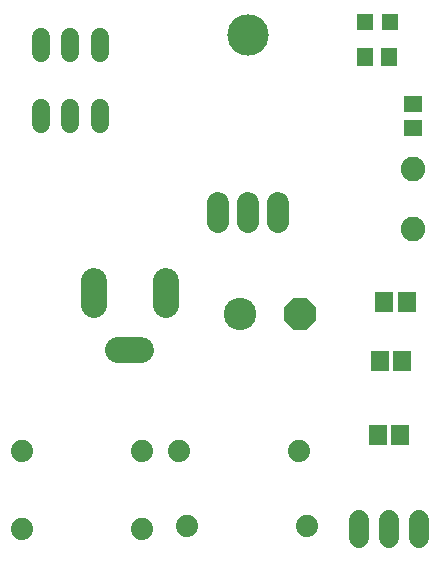
<source format=gbr>
G04 EAGLE Gerber RS-274X export*
G75*
%MOMM*%
%FSLAX34Y34*%
%LPD*%
%INSoldermask Top*%
%IPPOS*%
%AMOC8*
5,1,8,0,0,1.08239X$1,22.5*%
G01*
%ADD10C,2.743200*%
%ADD11P,2.969212X8X22.500000*%
%ADD12R,1.503200X1.703200*%
%ADD13C,1.879600*%
%ADD14C,2.082800*%
%ADD15C,1.727200*%
%ADD16R,1.503200X1.403200*%
%ADD17R,1.403200X1.403200*%
%ADD18C,2.203200*%
%ADD19R,1.403200X1.503200*%
%ADD20C,1.524000*%
%ADD21C,1.879600*%
%ADD22C,3.505200*%


D10*
X213300Y212100D03*
D11*
X264100Y212100D03*
D12*
X335700Y222600D03*
X354700Y222600D03*
X332200Y172600D03*
X351200Y172600D03*
X330500Y110000D03*
X349500Y110000D03*
D13*
X130300Y96400D03*
X28700Y96400D03*
X263300Y96400D03*
X161700Y96400D03*
X130800Y30000D03*
X29200Y30000D03*
X270300Y32600D03*
X168700Y32600D03*
D14*
X360000Y284600D03*
X360000Y335400D03*
D15*
X314600Y37620D02*
X314600Y22380D01*
X340000Y22380D02*
X340000Y37620D01*
X365400Y37620D02*
X365400Y22380D01*
D16*
X360000Y390160D03*
X360000Y369840D03*
D17*
X340500Y460000D03*
X319500Y460000D03*
D18*
X151000Y240000D02*
X151000Y220000D01*
X90000Y220000D02*
X90000Y240000D01*
X110000Y182000D02*
X130000Y182000D01*
D19*
X340160Y430000D03*
X319840Y430000D03*
D20*
X45108Y433368D02*
X45108Y446576D01*
X94892Y446576D02*
X94892Y433368D01*
X45108Y386632D02*
X45108Y373424D01*
X94892Y373424D02*
X94892Y386632D01*
X70000Y433368D02*
X70000Y446576D01*
X70000Y386632D02*
X70000Y373424D01*
D21*
X194600Y306782D02*
X194600Y290018D01*
X220000Y290018D02*
X220000Y306782D01*
X245400Y306782D02*
X245400Y290018D01*
D22*
X220000Y448260D03*
M02*

</source>
